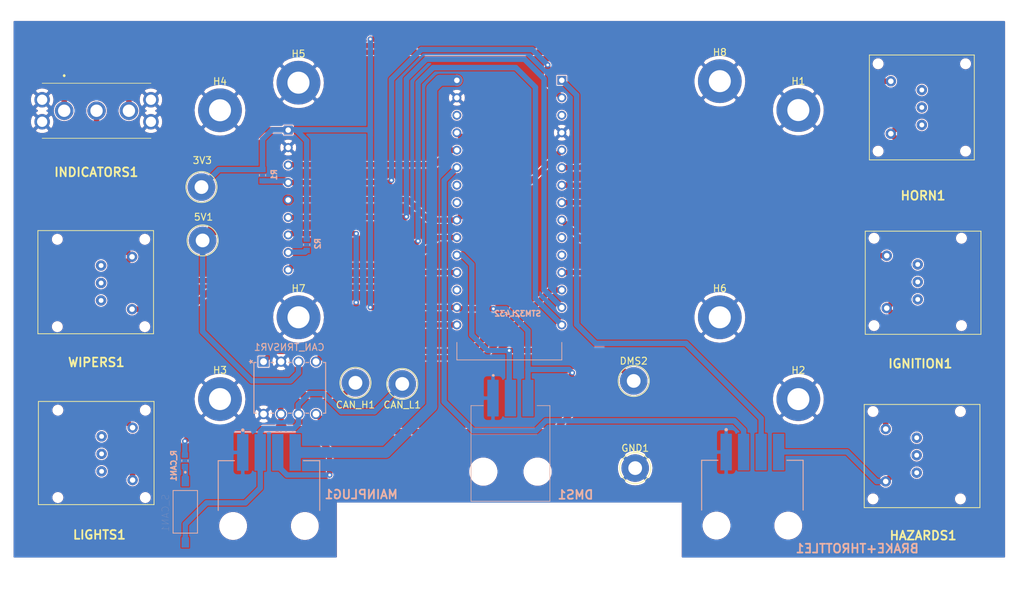
<source format=kicad_pcb>
(kicad_pcb (version 20171130) (host pcbnew "(5.1.9-0-10_14)")
  (layers (0 Top signal) (31 Bottom signal) (34 B.Paste user) (35 F.Paste user) (36 B.SilkS user) (37 F.SilkS user) (38 B.Mask user) (39 F.Mask user) (44 Edge.Cuts user))
  (net 0 "")
  (net 1 GND)
  (net 2 +3V3)
  (net 3 +12V)
  (net 4 "Net-(BRAKE+THROTTLE1-Pad3)")
  (net 5 "Net-(BRAKE+THROTTLE1-Pad2)")
  (net 6 CAN_H)
  (net 7 CAN_L)
  (net 8 "Net-(R_CAN1-Pad2)")
  (net 9 RXD)
  (net 10 TXD)
  (net 11 DMS)
  (net 12 HAZARDS)
  (net 13 HORN)
  (net 14 IGNITION)
  (net 15 IND_RIGHT)
  (net 16 IND_LEFT)
  (net 17 LCD_MISO)
  (net 18 LCD_LED)
  (net 19 LCD_SCK)
  (net 20 LCD_MOSI)
  (net 21 LCD_RST)
  (net 22 LCD_CS)
  (net 23 LIGHTS)
  (net 24 WIPRERS)
  (net 25 5V)
  (module dip_swtich_1pos:SW_DS04-254-2-01BK-SMT (layer Bottom) (at 106.8421 126.54776 270)
    (fp_text reference S_CAN1 (at 0.175 2.885 90) (layer B.SilkS) (effects (font (thickness 0.015)) (justify mirror)))
    (fp_text value ~)
    (fp_circle (center -5.75 0) (end -5.65 0) (layer B.SilkS) (width 0.2))
    (fp_line (start -3.1 -1.77) (end -3.1 1.77) (layer B.SilkS) (width 0.127))
    (fp_line (start 3.1 -1.77) (end -3.1 -1.77) (layer B.SilkS) (width 0.127))
    (fp_line (start 3.1 1.77) (end 3.1 -1.77) (layer B.SilkS) (width 0.127))
    (fp_line (start -3.1 1.77) (end 3.1 1.77) (layer B.SilkS) (width 0.127))
    (pad 1B smd rect (at 4.45 0 270) (size 1.5 1.1) (layers Bottom B.Paste B.Mask) (net 7 CAN_L))
    (pad 1A smd rect (at -4.45 0 270) (size 1.5 1.1) (layers Bottom B.Paste B.Mask) (net 8 "Net-(R_CAN1-Pad2)"))
  )
  (module M2013TXG13DA:M2013TXG13DA (layer Top) (at 89.25306 68.2498 270)
    (fp_text reference INDICATORS1 (at 8.9382 -4.66494 180) (layer F.SilkS) (effects (font (size 1.27 1.27) (thickness 0.254))))
    (fp_text value ` hide)
    (fp_line (start -4 -12.6) (end -4 3.2) (layer F.SilkS) (width 0.1))
    (fp_line (start 4 -12.6) (end 4 3.2) (layer F.SilkS) (width 0.1))
    (fp_line (start -5 0) (end -5 0) (layer F.SilkS) (width 0.2))
    (fp_line (start -5.2 0) (end -5.2 0) (layer F.SilkS) (width 0.2))
    (fp_arc (start -5.1 0) (end -5.2 0) (angle -180) (layer F.SilkS) (width 0.2))
    (fp_arc (start -5.1 0) (end -5 0) (angle -180) (layer F.SilkS) (width 0.2))
    (pad SH4 thru_hole circle (at -1.6 -12.6 270) (size 2.25 2.25) (drill 1.5) (layers *.Cu *.Mask) (net 1 GND))
    (pad SH3 thru_hole circle (at 1.6 -12.6 270) (size 2.25 2.25) (drill 1.5) (layers *.Cu *.Mask) (net 1 GND))
    (pad SH2 thru_hole circle (at 1.6 3.2 270) (size 2.25 2.25) (drill 1.5) (layers *.Cu *.Mask) (net 1 GND))
    (pad SH1 thru_hole circle (at -1.6 3.2 270) (size 2.25 2.25) (drill 1.5) (layers *.Cu *.Mask) (net 1 GND))
    (pad RIGHT thru_hole circle (at 0 -9.4 270) (size 2.7 2.7) (drill 1.8) (layers *.Cu *.Mask) (net 15 IND_RIGHT))
    (pad 2 thru_hole circle (at 0 -4.7 270) (size 2.7 2.7) (drill 1.8) (layers *.Cu *.Mask) (net 2 +3V3))
    (pad LEFT thru_hole circle (at 0 0 270) (size 2.7 2.7) (drill 1.8) (layers *.Cu *.Mask) (net 16 IND_LEFT))
  )
  (module TestPoint:TestPoint_THTPad_D4.0mm_Drill2.0mm (layer Top) (at 171.964 107.524)
    (fp_text reference DMS2 (at 0 -2.898) (layer F.SilkS))
    (fp_text value TestPoint)
    (fp_circle (center 0 0) (end 0 2.25) (layer F.SilkS) (width 0.12))
    (pad 1 thru_hole circle (at 0 0) (size 4 4) (drill 2) (layers *.Cu *.Mask) (net 11 DMS))
  )
  (module MountingHole:MountingHole_3.2mm_M3_Pad (layer Top) (at 184.47004 63.94958)
    (fp_text reference H8 (at 0 -4.2) (layer F.SilkS))
    (fp_text value MountingHole_Pad)
    (pad 1 thru_hole circle (at 0 0) (size 6.35 6.35) (drill 3.2) (layers *.Cu *.Mask) (net 1 GND))
  )
  (module MountingHole:MountingHole_3.2mm_M3_Pad (layer Top) (at 123.28652 98.2726)
    (fp_text reference H7 (at 0 -4.2) (layer F.SilkS))
    (fp_text value MountingHole_Pad)
    (pad 1 thru_hole circle (at 0 0) (size 6.35 6.35) (drill 3.2) (layers *.Cu *.Mask) (net 1 GND))
  )
  (module MountingHole:MountingHole_3.2mm_M3_Pad (layer Top) (at 184.47004 98.2726)
    (fp_text reference H6 (at 0 -4.2) (layer F.SilkS))
    (fp_text value MountingHole_Pad)
    (pad 1 thru_hole circle (at 0 0) (size 6.35 6.35) (drill 3.2) (layers *.Cu *.Mask) (net 1 GND))
  )
  (module MountingHole:MountingHole_3.2mm_M3_Pad (layer Top) (at 123.2789 64.17056)
    (fp_text reference H5 (at 0 -4.2) (layer F.SilkS))
    (fp_text value MountingHole_Pad)
    (pad 1 thru_hole circle (at 0 0) (size 6.35 6.35) (drill 3.2) (layers *.Cu *.Mask) (net 1 GND))
  )
  (module MountingHole:MountingHole_3.2mm_M3_Pad (layer Top) (at 111.87938 68.17868)
    (fp_text reference H4 (at 0 -4.2) (layer F.SilkS))
    (fp_text value MountingHole_Pad)
    (pad 1 thru_hole circle (at 0 0) (size 6.35 6.35) (drill 3.2) (layers *.Cu *.Mask) (net 1 GND))
  )
  (module MountingHole:MountingHole_3.2mm_M3_Pad (layer Top) (at 111.87938 110.16234)
    (fp_text reference H3 (at 0 -4.2) (layer F.SilkS))
    (fp_text value MountingHole_Pad)
    (pad 1 thru_hole circle (at 0 0) (size 6.35 6.35) (drill 3.2) (layers *.Cu *.Mask) (net 1 GND))
  )
  (module MountingHole:MountingHole_3.2mm_M3_Pad (layer Top) (at 195.87718 110.16996)
    (fp_text reference H2 (at 0 -4.2) (layer F.SilkS))
    (fp_text value MountingHole_Pad)
    (pad 1 thru_hole circle (at 0 0) (size 6.35 6.35) (drill 3.2) (layers *.Cu *.Mask) (net 1 GND))
  )
  (module MountingHole:MountingHole_3.2mm_M3_Pad (layer Top) (at 195.87464 68.15074)
    (fp_text reference H1 (at 0 -4.2) (layer F.SilkS))
    (fp_text value MountingHole_Pad)
    (pad 1 thru_hole circle (at 0 0) (size 6.35 6.35) (drill 3.2) (layers *.Cu *.Mask) (net 1 GND))
  )
  (module footprints:MCP2562FD-H&slash_P (layer Bottom) (at 118.207 104.716 270)
    (fp_text reference CAN_TRNSVR1 (at -2.086 -3.729) (layer B.SilkS) (effects (justify mirror)))
    (fp_text value ` hide)
    (fp_line (start 7.493 1.074561) (end 7.493 1.397) (layer B.SilkS) (width 0.1524))
    (fp_line (start 7.493 -1.465439) (end 7.493 -1.074561) (layer B.SilkS) (width 0.1524))
    (fp_line (start 7.493 -4.005439) (end 7.493 -3.614561) (layer B.SilkS) (width 0.1524))
    (fp_line (start 7.493 -6.545439) (end 7.493 -6.154561) (layer B.SilkS) (width 0.1524))
    (fp_line (start 0.127 -8.694561) (end 0.127 -9.017) (layer B.SilkS) (width 0.1524))
    (fp_line (start 0.127 -6.154561) (end 0.127 -6.545439) (layer B.SilkS) (width 0.1524))
    (fp_line (start 0.127 -3.614561) (end 0.127 -4.005439) (layer B.SilkS) (width 0.1524))
    (fp_line (start 0.127 -1.08204) (end 0.127 -1.465439) (layer B.SilkS) (width 0.1524))
    (fp_line (start 0.127 1.397) (end 0.127 1.08204) (layer B.SilkS) (width 0.1524))
    (fp_line (start 7.493 1.397) (end 0.127 1.397) (layer B.SilkS) (width 0.1524))
    (fp_line (start 7.493 -9.017) (end 7.493 -8.694561) (layer B.SilkS) (width 0.1524))
    (fp_line (start 0.127 -9.017) (end 7.493 -9.017) (layer B.SilkS) (width 0.1524))
    (fp_text user * (at 0 1.5113 270) (layer B.SilkS) (effects (justify mirror)))
    (fp_text user * (at 0 1.5113 90) (layer B.SilkS) (effects (justify mirror)))
    (pad 8 thru_hole circle (at 7.62 0 270) (size 1.4986 1.4986) (drill 0.9906) (layers *.Cu *.Mask) (net 1 GND))
    (pad 7 thru_hole circle (at 7.62 -2.54 270) (size 1.4986 1.4986) (drill 0.9906) (layers *.Cu *.Mask) (net 6 CAN_H))
    (pad 6 thru_hole circle (at 7.62 -5.08 270) (size 1.4986 1.4986) (drill 0.9906) (layers *.Cu *.Mask) (net 7 CAN_L))
    (pad 5 thru_hole circle (at 7.62 -7.62 270) (size 1.4986 1.4986) (drill 0.9906) (layers *.Cu *.Mask) (net 2 +3V3))
    (pad 4 thru_hole circle (at 0 -7.62 270) (size 1.4986 1.4986) (drill 0.9906) (layers *.Cu *.Mask) (net 9 RXD))
    (pad 3 thru_hole circle (at 0 -5.08 270) (size 1.4986 1.4986) (drill 0.9906) (layers *.Cu *.Mask) (net 25 5V))
    (pad 2 thru_hole circle (at 0 -2.54 270) (size 1.4986 1.4986) (drill 0.9906) (layers *.Cu *.Mask) (net 1 GND))
    (pad 1 thru_hole rect (at 0 0 270) (size 1.4986 1.4986) (drill 0.9906) (layers *.Cu *.Mask) (net 10 TXD))
  )
  (module schematic:2.2TFT (layer Top) (at 124.32538 81.22412)
    (fp_text reference LCD1 hide)
    (fp_text value 2.2TFT hide)
    (pad 9 thru_hole circle (at -2.54 10.16) (size 1.308 1.308) (drill 0.8) (layers *.Cu *.Mask) (net 17 LCD_MISO))
    (pad 8 thru_hole circle (at -2.54 7.62) (size 1.308 1.308) (drill 0.8) (layers *.Cu *.Mask) (net 18 LCD_LED))
    (pad 7 thru_hole circle (at -2.54 5.08) (size 1.308 1.308) (drill 0.8) (layers *.Cu *.Mask) (net 19 LCD_SCK))
    (pad 6 thru_hole circle (at -2.54 2.54) (size 1.308 1.308) (drill 0.8) (layers *.Cu *.Mask) (net 20 LCD_MOSI))
    (pad 5 thru_hole circle (at -2.54 0) (size 1.308 1.308) (drill 0.8) (layers *.Cu *.Mask) (net 25 5V))
    (pad 4 thru_hole circle (at -2.54 -2.54) (size 1.308 1.308) (drill 0.8) (layers *.Cu *.Mask) (net 21 LCD_RST))
    (pad 3 thru_hole circle (at -2.54 -5.08) (size 1.308 1.308) (drill 0.8) (layers *.Cu *.Mask) (net 22 LCD_CS))
    (pad 2 thru_hole circle (at -2.54 -7.62) (size 1.308 1.308) (drill 0.8) (layers *.Cu *.Mask) (net 1 GND))
    (pad 1 thru_hole rect (at -2.54 -10.16) (size 1.308 1.308) (drill 0.8) (layers *.Cu *.Mask) (net 2 +3V3))
  )
  (module TestPoint:TestPoint_THTPad_D4.0mm_Drill2.0mm (layer Top) (at 172.17898 120.1928)
    (fp_text reference GND1 (at 0 -2.898) (layer F.SilkS))
    (fp_text value TestPoint)
    (fp_circle (center 0 0) (end 0 2.25) (layer F.SilkS) (width 0.12))
    (pad 1 thru_hole circle (at 0 0) (size 4 4) (drill 2) (layers *.Cu *.Mask) (net 1 GND))
  )
  (module TestPoint:TestPoint_THTPad_D4.0mm_Drill2.0mm (layer Top) (at 138.35126 107.95508)
    (fp_text reference CAN_L1 (at 0 3.04492) (layer F.SilkS))
    (fp_text value TestPoint)
    (fp_circle (center 0 0) (end 0 2.25) (layer F.SilkS) (width 0.12))
    (pad 1 thru_hole circle (at 0 0) (size 4 4) (drill 2) (layers *.Cu *.Mask) (net 7 CAN_L))
  )
  (module TestPoint:TestPoint_THTPad_D4.0mm_Drill2.0mm (layer Top) (at 131.55676 107.79252)
    (fp_text reference CAN_H1 (at 0 3.20748) (layer F.SilkS))
    (fp_text value TestPoint)
    (fp_circle (center 0 0) (end 0 2.25) (layer F.SilkS) (width 0.12))
    (pad 1 thru_hole circle (at 0 0) (size 4 4) (drill 2) (layers *.Cu *.Mask) (net 6 CAN_H))
  )
  (module TestPoint:TestPoint_THTPad_D4.0mm_Drill2.0mm (layer Top) (at 109.35716 87.10168)
    (fp_text reference 5V1 (at 0.13284 -3.40368) (layer F.SilkS))
    (fp_text value TestPoint)
    (fp_circle (center 0 0) (end 0 2.25) (layer F.SilkS) (width 0.12))
    (pad 1 thru_hole circle (at 0 0) (size 4 4) (drill 2) (layers *.Cu *.Mask) (net 25 5V))
  )
  (module TestPoint:TestPoint_THTPad_D4.0mm_Drill2.0mm (layer Top) (at 109.19206 79.34452)
    (fp_text reference 3V3 (at 0.11994 -3.88052) (layer F.SilkS))
    (fp_text value TestPoint)
    (fp_circle (center 0 0) (end 0 2.25) (layer F.SilkS) (width 0.12))
    (pad 1 thru_hole circle (at 0 0) (size 4 4) (drill 2) (layers *.Cu *.Mask) (net 2 +3V3))
  )
  (module LP11EE1NCSYG:LP11EE1NCSYG (layer Top) (at 213.21522 88.05164)
    (fp_text reference IGNITION1 (at 0.37846 16.96466) (layer F.SilkS) (effects (font (size 1.27 1.27) (thickness 0.254))))
    (fp_text value `)
    (fp_line (start 9.18 -2.3) (end -7.62 -2.3) (layer F.SilkS) (width 0.12))
    (fp_line (start 9.18 12.7) (end 9.18 -2.3) (layer F.SilkS) (width 0.12))
    (fp_line (start -7.62 12.7) (end 9.18 12.7) (layer F.SilkS) (width 0.12))
    (fp_line (start -7.62 -2.3) (end -7.62 12.7) (layer F.SilkS) (width 0.12))
    (pad "" np_thru_hole circle (at 6.35 -1.27) (size 1.3 1.3) (drill 1.3) (layers *.Cu *.Mask))
    (pad "" np_thru_hole circle (at -6.35 -1.27) (size 1.3 1.3) (drill 1.3) (layers *.Cu *.Mask))
    (pad "" np_thru_hole circle (at -6.35 11.43) (size 1.3 1.3) (drill 1.3) (layers *.Cu *.Mask))
    (pad "" np_thru_hole circle (at 6.35 11.43) (size 1.3 1.3) (drill 1.3) (layers *.Cu *.Mask))
    (pad L1 thru_hole circle (at 0 7.62) (size 1.524 1.524) (drill 0.7) (layers *.Cu *.Mask))
    (pad LC thru_hole circle (at 0 5.08) (size 1.524 1.524) (drill 0.7) (layers *.Cu *.Mask))
    (pad L2 thru_hole circle (at 0 2.54) (size 1.524 1.524) (drill 0.7) (layers *.Cu *.Mask))
    (pad 2 thru_hole circle (at -4.5 1.27) (size 1.524 1.524) (drill 0.8) (layers *.Cu *.Mask) (net 14 IGNITION))
    (pad 1 thru_hole circle (at -4.5 8.89) (size 1.524 1.524) (drill 0.8) (layers *.Cu *.Mask) (net 2 +3V3))
  )
  (module LP11EE1NCSYG:LP11EE1NCSYG (layer Top) (at 94.60992 98.36658 180)
    (fp_text reference WIPERS1 (at 0.6858 -6.46176) (layer F.SilkS) (effects (font (size 1.27 1.27) (thickness 0.254))))
    (fp_text value `)
    (fp_line (start 9.18 -2.3) (end -7.62 -2.3) (layer F.SilkS) (width 0.12))
    (fp_line (start 9.18 12.7) (end 9.18 -2.3) (layer F.SilkS) (width 0.12))
    (fp_line (start -7.62 12.7) (end 9.18 12.7) (layer F.SilkS) (width 0.12))
    (fp_line (start -7.62 -2.3) (end -7.62 12.7) (layer F.SilkS) (width 0.12))
    (pad "" np_thru_hole circle (at 6.35 -1.27 180) (size 1.3 1.3) (drill 1.3) (layers *.Cu *.Mask))
    (pad "" np_thru_hole circle (at -6.35 -1.27 180) (size 1.3 1.3) (drill 1.3) (layers *.Cu *.Mask))
    (pad "" np_thru_hole circle (at -6.35 11.43 180) (size 1.3 1.3) (drill 1.3) (layers *.Cu *.Mask))
    (pad "" np_thru_hole circle (at 6.35 11.43 180) (size 1.3 1.3) (drill 1.3) (layers *.Cu *.Mask))
    (pad L1 thru_hole circle (at 0 7.62 180) (size 1.524 1.524) (drill 0.7) (layers *.Cu *.Mask))
    (pad LC thru_hole circle (at 0 5.08 180) (size 1.524 1.524) (drill 0.7) (layers *.Cu *.Mask))
    (pad L2 thru_hole circle (at 0 2.54 180) (size 1.524 1.524) (drill 0.7) (layers *.Cu *.Mask))
    (pad 2 thru_hole circle (at -4.5 1.27 180) (size 1.524 1.524) (drill 0.8) (layers *.Cu *.Mask) (net 24 WIPRERS))
    (pad 1 thru_hole circle (at -4.5 8.89 180) (size 1.524 1.524) (drill 0.8) (layers *.Cu *.Mask) (net 2 +3V3))
  )
  (module LP11EE1NCSYG:LP11EE1NCSYG (layer Top) (at 94.68612 123.2027 180)
    (fp_text reference LIGHTS1 (at 0.32258 -6.69036) (layer F.SilkS) (effects (font (size 1.27 1.27) (thickness 0.254))))
    (fp_text value `)
    (fp_line (start 9.18 -2.3) (end -7.62 -2.3) (layer F.SilkS) (width 0.12))
    (fp_line (start 9.18 12.7) (end 9.18 -2.3) (layer F.SilkS) (width 0.12))
    (fp_line (start -7.62 12.7) (end 9.18 12.7) (layer F.SilkS) (width 0.12))
    (fp_line (start -7.62 -2.3) (end -7.62 12.7) (layer F.SilkS) (width 0.12))
    (pad "" np_thru_hole circle (at 6.35 -1.27 180) (size 1.3 1.3) (drill 1.3) (layers *.Cu *.Mask))
    (pad "" np_thru_hole circle (at -6.35 -1.27 180) (size 1.3 1.3) (drill 1.3) (layers *.Cu *.Mask))
    (pad "" np_thru_hole circle (at -6.35 11.43 180) (size 1.3 1.3) (drill 1.3) (layers *.Cu *.Mask))
    (pad "" np_thru_hole circle (at 6.35 11.43 180) (size 1.3 1.3) (drill 1.3) (layers *.Cu *.Mask))
    (pad L1 thru_hole circle (at 0 7.62 180) (size 1.524 1.524) (drill 0.7) (layers *.Cu *.Mask))
    (pad LC thru_hole circle (at 0 5.08 180) (size 1.524 1.524) (drill 0.7) (layers *.Cu *.Mask))
    (pad L2 thru_hole circle (at 0 2.54 180) (size 1.524 1.524) (drill 0.7) (layers *.Cu *.Mask))
    (pad 2 thru_hole circle (at -4.5 1.27 180) (size 1.524 1.524) (drill 0.8) (layers *.Cu *.Mask) (net 23 LIGHTS))
    (pad 1 thru_hole circle (at -4.5 8.89 180) (size 1.524 1.524) (drill 0.8) (layers *.Cu *.Mask) (net 2 +3V3))
  )
  (module LP11EE1NCSYG:LP11EE1NCSYG (layer Top) (at 213.06536 113.24082)
    (fp_text reference HAZARDS1 (at 0.93464 16.75918) (layer F.SilkS) (effects (font (size 1.27 1.27) (thickness 0.254))))
    (fp_text value `)
    (fp_line (start 9.18 -2.3) (end -7.62 -2.3) (layer F.SilkS) (width 0.12))
    (fp_line (start 9.18 12.7) (end 9.18 -2.3) (layer F.SilkS) (width 0.12))
    (fp_line (start -7.62 12.7) (end 9.18 12.7) (layer F.SilkS) (width 0.12))
    (fp_line (start -7.62 -2.3) (end -7.62 12.7) (layer F.SilkS) (width 0.12))
    (pad "" np_thru_hole circle (at 6.35 -1.27) (size 1.3 1.3) (drill 1.3) (layers *.Cu *.Mask))
    (pad "" np_thru_hole circle (at -6.35 -1.27) (size 1.3 1.3) (drill 1.3) (layers *.Cu *.Mask))
    (pad "" np_thru_hole circle (at -6.35 11.43) (size 1.3 1.3) (drill 1.3) (layers *.Cu *.Mask))
    (pad "" np_thru_hole circle (at 6.35 11.43) (size 1.3 1.3) (drill 1.3) (layers *.Cu *.Mask))
    (pad L1 thru_hole circle (at 0 7.62) (size 1.524 1.524) (drill 0.7) (layers *.Cu *.Mask))
    (pad LC thru_hole circle (at 0 5.08) (size 1.524 1.524) (drill 0.7) (layers *.Cu *.Mask))
    (pad L2 thru_hole circle (at 0 2.54) (size 1.524 1.524) (drill 0.7) (layers *.Cu *.Mask))
    (pad 2 thru_hole circle (at -4.5 1.27) (size 1.524 1.524) (drill 0.8) (layers *.Cu *.Mask) (net 12 HAZARDS))
    (pad 1 thru_hole circle (at -4.5 8.89) (size 1.524 1.524) (drill 0.8) (layers *.Cu *.Mask) (net 2 +3V3))
  )
  (module LP11EE1NCSYG:LP11OA1TCSYY (layer Top) (at 213.80958 62.69228)
    (fp_text reference HORN1 (at 0.17442 17.90672) (layer F.SilkS) (effects (font (size 1.27 1.27) (thickness 0.254))))
    (fp_text value `)
    (fp_line (start -7.62 -2.54) (end -7.62 12.7) (layer F.SilkS) (width 0.12))
    (fp_line (start -7.62 12.7) (end 7.62 12.7) (layer F.SilkS) (width 0.12))
    (fp_line (start 7.62 12.7) (end 7.62 -2.54) (layer F.SilkS) (width 0.12))
    (fp_line (start 7.62 -2.54) (end -7.62 -2.54) (layer F.SilkS) (width 0.12))
    (pad "" np_thru_hole circle (at 6.35 -1.27) (size 1.3 1.3) (drill 1.3) (layers *.Cu *.Mask))
    (pad "" np_thru_hole circle (at -6.35 -1.27) (size 1.3 1.3) (drill 1.3) (layers *.Cu *.Mask))
    (pad "" np_thru_hole circle (at -6.35 11.43) (size 1.3 1.3) (drill 1.3) (layers *.Cu *.Mask))
    (pad "" np_thru_hole circle (at 6.35 11.43) (size 1.3 1.3) (drill 1.3) (layers *.Cu *.Mask))
    (pad L1 thru_hole circle (at 0 7.62) (size 1.524 1.524) (drill 0.7) (layers *.Cu *.Mask))
    (pad LC thru_hole circle (at 0 5.08) (size 1.524 1.524) (drill 0.7) (layers *.Cu *.Mask))
    (pad L2 thru_hole circle (at 0 2.54) (size 1.524 1.524) (drill 0.7) (layers *.Cu *.Mask))
    (pad 2 thru_hole circle (at -4.5 1.27) (size 1.524 1.524) (drill 0.8) (layers *.Cu *.Mask) (net 13 HORN))
    (pad 1 thru_hole circle (at -4.5 8.89) (size 1.524 1.524) (drill 0.8) (layers *.Cu *.Mask) (net 2 +3V3))
  )
  (module 10k_resistor:RESC1608X55N (layer Bottom) (at 106.78368 119.1208 270)
    (fp_text reference R_CAN1 (at 0.73152 1.6256 270) (layer B.SilkS) (effects (font (size 0.8 0.8) (thickness 0.2)) (justify mirror)))
    (fp_text value 120)
    (fp_line (start -0.11 0.45) (end 0.11 0.45) (layer B.SilkS) (width 0.127))
    (fp_line (start -0.11 -0.45) (end 0.11 -0.45) (layer B.SilkS) (width 0.127))
    (pad 2 smd rect (at 0.82 0 270) (size 0.79 0.93) (layers Bottom B.Paste B.Mask) (net 8 "Net-(R_CAN1-Pad2)"))
    (pad 1 smd rect (at -0.82 0 270) (size 0.79 0.93) (layers Bottom B.Paste B.Mask) (net 6 CAN_H))
  )
  (module 10k_resistor:RESC1608X55N (layer Bottom) (at 124.46762 87.72652 270)
    (fp_text reference R2 (at -0.15452 -1.61138 90) (layer B.SilkS) (effects (font (size 0.8 0.8) (thickness 0.2)) (justify mirror)))
    (fp_text value 100)
    (fp_line (start -0.11 0.45) (end 0.11 0.45) (layer B.SilkS) (width 0.127))
    (fp_line (start -0.11 -0.45) (end 0.11 -0.45) (layer B.SilkS) (width 0.127))
    (pad 2 smd rect (at 0.82 0 270) (size 0.79 0.93) (layers Bottom B.Paste B.Mask) (net 18 LCD_LED))
    (pad 1 smd rect (at -0.82 0 270) (size 0.79 0.93) (layers Bottom B.Paste B.Mask) (net 2 +3V3))
  )
  (module 10k_resistor:RESC1608X55N (layer Bottom) (at 118.0592 77.62536 270)
    (fp_text reference R1 (at -0.07136 -1.6788 90) (layer B.SilkS) (effects (font (size 0.8 0.8) (thickness 0.2)) (justify mirror)))
    (fp_text value 100K)
    (fp_line (start -0.11 0.45) (end 0.11 0.45) (layer B.SilkS) (width 0.127))
    (fp_line (start -0.11 -0.45) (end 0.11 -0.45) (layer B.SilkS) (width 0.127))
    (pad 2 smd rect (at 0.82 0 270) (size 0.79 0.93) (layers Bottom B.Paste B.Mask) (net 21 LCD_RST))
    (pad 1 smd rect (at -0.82 0 270) (size 0.79 0.93) (layers Bottom B.Paste B.Mask) (net 2 +3V3))
  )
  (module 15-91-2035:15912035 (layer Bottom) (at 154.06624 120.71096 180)
    (fp_text reference DMS1 (at -9.4488 -3.3655) (layer B.SilkS) (effects (font (size 1.27 1.27) (thickness 0.254)) (justify mirror)))
    (fp_text value ` hide)
    (fp_line (start 2.4 13.995) (end 2.4 13.995) (layer B.SilkS) (width 0.2))
    (fp_line (start 2.6 13.995) (end 2.6 13.995) (layer B.SilkS) (width 0.2))
    (fp_line (start -5.725 9.6) (end -3.86 9.6) (layer B.SilkS) (width 0.1))
    (fp_line (start -5.725 -4.3) (end -5.725 9.6) (layer B.SilkS) (width 0.1))
    (fp_line (start 5.725 -4.3) (end -5.725 -4.3) (layer B.SilkS) (width 0.1))
    (fp_line (start 5.725 9.6) (end 5.725 -4.3) (layer B.SilkS) (width 0.1))
    (fp_line (start 3.94 9.6) (end 5.725 9.6) (layer B.SilkS) (width 0.1))
    (fp_arc (start 2.5 13.995) (end 2.4 13.995) (angle 180) (layer B.SilkS) (width 0.2))
    (fp_arc (start 2.5 13.995) (end 2.6 13.995) (angle 180) (layer B.SilkS) (width 0.2))
    (pad MH2 np_thru_hole circle (at -3.94 0 180) (size 3.81 0) (drill 3.81) (layers *.Cu *.Mask))
    (pad MH1 np_thru_hole circle (at 3.94 0 180) (size 3.81 0) (drill 3.81) (layers *.Cu *.Mask))
    (pad 3 smd rect (at -2.54 10.69 180) (size 1.65 5.33) (layers Bottom B.Paste B.Mask) (net 2 +3V3))
    (pad 2 smd rect (at 0 10.69 180) (size 1.65 5.33) (layers Bottom B.Paste B.Mask) (net 11 DMS))
    (pad 1 smd rect (at 2.54 10.69 180) (size 1.65 5.33) (layers Bottom B.Paste B.Mask) (net 1 GND))
  )
  (module eec:Molex-15-91-2045-0-0-0 (layer Bottom) (at 118.995 126.106 180)
    (fp_text reference MAINPLUG1 (at -18.85426 2.08026) (layer B.SilkS) (effects (font (size 1.27 1.27) (thickness 0.254)) (justify left mirror)))
    (fp_text value MOLEX-15-91-2045-PIN_HEADER hide)
    (fp_circle (center 3.805 11.44) (end 3.93 11.44) (layer B.SilkS) (width 0.25))
    (fp_line (start -7.37 -0.245) (end -7.37 6.99) (layer B.SilkS) (width 0.15))
    (fp_line (start 7.37 -0.245) (end 7.37 6.99) (layer B.SilkS) (width 0.15))
    (fp_line (start 5.01 6.99) (end 7.37 6.99) (layer B.SilkS) (width 0.15))
    (fp_line (start -7.37 6.99) (end -5.01 6.99) (layer B.SilkS) (width 0.15))
    (pad ~ np_thru_hole circle (at -5.21 -2.5 180) (size 3.76 3.76) (drill 3.76) (layers *.Cu *.Mask))
    (pad ~ np_thru_hole circle (at 5.21 -2.5 180) (size 3.76 3.76) (drill 3.76) (layers *.Cu *.Mask))
    (pad 4 smd rect (at -3.81 8.19 180) (size 1.65 5.33) (layers Bottom B.Paste B.Mask) (net 3 +12V))
    (pad 3 smd rect (at -1.27 8.19 180) (size 1.65 5.33) (layers Bottom B.Paste B.Mask) (net 6 CAN_H))
    (pad 2 smd rect (at 1.27 8.19 180) (size 1.65 5.33) (layers Bottom B.Paste B.Mask) (net 7 CAN_L))
    (pad 1 smd rect (at 3.81 8.19 180) (size 1.65 5.33) (layers Bottom B.Paste B.Mask) (net 1 GND))
  )
  (module eec:Molex-15-91-2045-0-0-0 (layer Bottom) (at 189.201 126.048 180)
    (fp_text reference BRAKE+THROTTLE1 (at -24.31542 -5.83946) (layer B.SilkS) (effects (font (size 1.27 1.27) (thickness 0.254)) (justify left mirror)))
    (fp_text value ` hide)
    (fp_circle (center 3.805 11.44) (end 3.93 11.44) (layer B.SilkS) (width 0.25))
    (fp_line (start -7.37 -0.245) (end -7.37 6.99) (layer B.SilkS) (width 0.15))
    (fp_line (start 7.37 -0.245) (end 7.37 6.99) (layer B.SilkS) (width 0.15))
    (fp_line (start 5.01 6.99) (end 7.37 6.99) (layer B.SilkS) (width 0.15))
    (fp_line (start -7.37 6.99) (end -5.01 6.99) (layer B.SilkS) (width 0.15))
    (pad ~ np_thru_hole circle (at -5.21 -2.5 180) (size 3.76 3.76) (drill 3.76) (layers *.Cu *.Mask))
    (pad ~ np_thru_hole circle (at 5.21 -2.5 180) (size 3.76 3.76) (drill 3.76) (layers *.Cu *.Mask))
    (pad 4 smd rect (at -3.81 8.19 180) (size 1.65 5.33) (layers Bottom B.Paste B.Mask) (net 2 +3V3))
    (pad 3 smd rect (at -1.27 8.19 180) (size 1.65 5.33) (layers Bottom B.Paste B.Mask) (net 4 "Net-(BRAKE+THROTTLE1-Pad3)"))
    (pad 2 smd rect (at 1.27 8.19 180) (size 1.65 5.33) (layers Bottom B.Paste B.Mask) (net 5 "Net-(BRAKE+THROTTLE1-Pad2)"))
    (pad 1 smd rect (at 3.81 8.19 180) (size 1.65 5.33) (layers Bottom B.Paste B.Mask) (net 1 GND))
  )
  (module schematic:STM32L432 (layer Bottom) (at 153.90114 70.17512 180)
    (fp_text reference STM32L432 (at -4.72 -28.03) (layer B.SilkS) (effects (font (size 0.8 0.8) (thickness 0.2)) (justify left bottom mirror)))
    (fp_text value STM32L432 hide)
    (fp_line (start -7.62 -31.75) (end -7.62 -34.29) (layer B.SilkS) (width 0.12))
    (fp_line (start -7.62 -34.29) (end 7.62 -34.29) (layer B.SilkS) (width 0.12))
    (fp_line (start 7.62 -34.29) (end 7.62 -31.75) (layer B.SilkS) (width 0.12))
    (pad 30 thru_hole circle (at 7.62 6.35 180) (size 1.308 1.308) (drill 0.8) (layers *.Cu *.Mask) (net 3 +12V))
    (pad 29 thru_hole circle (at 7.62 3.81 180) (size 1.308 1.308) (drill 0.8) (layers *.Cu *.Mask) (net 1 GND))
    (pad 28 thru_hole circle (at 7.62 1.27 180) (size 1.308 1.308) (drill 0.8) (layers *.Cu *.Mask))
    (pad 27 thru_hole circle (at 7.62 -1.27 180) (size 1.308 1.308) (drill 0.8) (layers *.Cu *.Mask) (net 25 5V))
    (pad 26 thru_hole circle (at 7.62 -3.81 180) (size 1.308 1.308) (drill 0.8) (layers *.Cu *.Mask) (net 22 LCD_CS))
    (pad 25 thru_hole circle (at 7.62 -6.35 180) (size 1.308 1.308) (drill 0.8) (layers *.Cu *.Mask) (net 5 "Net-(BRAKE+THROTTLE1-Pad2)"))
    (pad 24 thru_hole circle (at 7.62 -8.89 180) (size 1.308 1.308) (drill 0.8) (layers *.Cu *.Mask))
    (pad 23 thru_hole circle (at 7.62 -11.43 180) (size 1.308 1.308) (drill 0.8) (layers *.Cu *.Mask))
    (pad 22 thru_hole circle (at 7.62 -13.97 180) (size 1.308 1.308) (drill 0.8) (layers *.Cu *.Mask) (net 25 5V))
    (pad 21 thru_hole circle (at 7.62 -16.51 180) (size 1.308 1.308) (drill 0.8) (layers *.Cu *.Mask) (net 24 WIPRERS))
    (pad 20 thru_hole circle (at 7.62 -19.05 180) (size 1.308 1.308) (drill 0.8) (layers *.Cu *.Mask) (net 11 DMS))
    (pad 19 thru_hole circle (at 7.62 -21.59 180) (size 1.308 1.308) (drill 0.8) (layers *.Cu *.Mask) (net 23 LIGHTS))
    (pad 18 thru_hole circle (at 7.62 -24.13 180) (size 1.308 1.308) (drill 0.8) (layers *.Cu *.Mask))
    (pad 17 thru_hole circle (at 7.62 -26.67 180) (size 1.308 1.308) (drill 0.8) (layers *.Cu *.Mask) (net 2 +3V3))
    (pad 16 thru_hole circle (at 7.62 -29.21 180) (size 1.308 1.308) (drill 0.8) (layers *.Cu *.Mask) (net 19 LCD_SCK))
    (pad 15 thru_hole circle (at -7.62 -29.21 180) (size 1.308 1.308) (drill 0.8) (layers *.Cu *.Mask) (net 17 LCD_MISO))
    (pad 14 thru_hole circle (at -7.62 -26.67 180) (size 1.308 1.308) (drill 0.8) (layers *.Cu *.Mask) (net 20 LCD_MOSI))
    (pad 13 thru_hole circle (at -7.62 -24.13 180) (size 1.308 1.308) (drill 0.8) (layers *.Cu *.Mask) (net 9 RXD))
    (pad 12 thru_hole circle (at -7.62 -21.59 180) (size 1.308 1.308) (drill 0.8) (layers *.Cu *.Mask) (net 12 HAZARDS))
    (pad 11 thru_hole circle (at -7.62 -19.05 180) (size 1.308 1.308) (drill 0.8) (layers *.Cu *.Mask))
    (pad 10 thru_hole circle (at -7.62 -16.51 180) (size 1.308 1.308) (drill 0.8) (layers *.Cu *.Mask))
    (pad 9 thru_hole circle (at -7.62 -13.97 180) (size 1.308 1.308) (drill 0.8) (layers *.Cu *.Mask) (net 14 IGNITION))
    (pad 8 thru_hole circle (at -7.62 -11.43 180) (size 1.308 1.308) (drill 0.8) (layers *.Cu *.Mask) (net 13 HORN))
    (pad 7 thru_hole circle (at -7.62 -8.89 180) (size 1.308 1.308) (drill 0.8) (layers *.Cu *.Mask) (net 16 IND_LEFT))
    (pad 6 thru_hole circle (at -7.62 -6.35 180) (size 1.308 1.308) (drill 0.8) (layers *.Cu *.Mask) (net 15 IND_RIGHT))
    (pad 5 thru_hole circle (at -7.62 -3.81 180) (size 1.308 1.308) (drill 0.8) (layers *.Cu *.Mask) (net 10 TXD))
    (pad 4 thru_hole circle (at -7.62 -1.27 180) (size 1.308 1.308) (drill 0.8) (layers *.Cu *.Mask) (net 1 GND))
    (pad 3 thru_hole circle (at -7.62 1.27 180) (size 1.308 1.308) (drill 0.8) (layers *.Cu *.Mask))
    (pad 2 thru_hole circle (at -7.62 3.81 180) (size 1.308 1.308) (drill 0.8) (layers *.Cu *.Mask) (net 21 LCD_RST))
    (pad 1 thru_hole rect (at -7.62 6.35 180) (size 1.308 1.308) (drill 0.8) (layers *.Cu *.Mask) (net 4 "Net-(BRAKE+THROTTLE1-Pad3)"))
  )
  (gr_line (start 225.898679 133.1976) (end 193.898679 133.1976) (layer Edge.Cuts) (width 0.0015))
  (gr_line (start 133.84868 125.1976) (end 173.948678 125.1976) (layer Edge.Cuts) (width 0.0015))
  (gr_line (start 178.948678 133.1976) (end 193.898679 133.1976) (layer Edge.Cuts) (width 0.0015))
  (gr_line (start 128.84868 125.197601) (end 133.84868 125.197601) (layer Edge.Cuts) (width 0.0015))
  (gr_line (start 225.898679 133.1976) (end 225.898679 55.197601) (layer Edge.Cuts) (width 0.0015))
  (gr_line (start 113.89868 133.1976) (end 81.898679 133.1976) (layer Edge.Cuts) (width 0.0015))
  (gr_line (start 128.84868 133.1976) (end 128.84868 125.197601) (layer Edge.Cuts) (width 0.0015))
  (gr_line (start 81.898679 133.1976) (end 81.898679 55.197601) (layer Edge.Cuts) (width 0.0015))
  (gr_line (start 178.948678 133.1976) (end 178.948678 125.1976) (layer Edge.Cuts) (width 0.0015))
  (gr_line (start 81.898679 55.197601) (end 225.898679 55.197601) (layer Edge.Cuts) (width 0.0015))
  (gr_line (start 173.948678 125.1976) (end 178.948678 125.1976) (layer Edge.Cuts) (width 0.0015))
  (gr_line (start 113.89868 133.1976) (end 128.84868 133.1976) (layer Edge.Cuts) (width 0.0015))
  (segment (start 185.20156 117.83972) (end 185.20156 115.895398) (width 0.8) (layer Bottom) (net 1))
  (segment (start 185.20156 115.895398) (end 185.2041 115.892858) (width 0.8) (layer Bottom) (net 1))
  (via (at 151.58466 97.03562) (size 0.8) (drill 0.4) (layers Top Bottom) (net 2))
  (segment (start 207.23352 122.13082) (end 208.56536 122.13082) (width 0.8) (layer Bottom) (net 2))
  (segment (start 202.94242 117.83972) (end 207.23352 122.13082) (width 0.8) (layer Bottom) (net 2))
  (segment (start 121.71934 71.01332) (end 119.45366 71.01332) (width 0.8) (layer Bottom) (net 2))
  (segment (start 118.0592 72.40778) (end 118.0592 76.80536) (width 0.8) (layer Bottom) (net 2))
  (segment (start 124.46762 86.90652) (end 124.46762 72.59066) (width 0.8) (layer Bottom) (net 2))
  (segment (start 122.89028 71.01332) (end 121.71934 71.01332) (width 0.8) (layer Bottom) (net 2))
  (segment (start 124.46762 72.59066) (end 122.89028 71.01332) (width 0.8) (layer Bottom) (net 2))
  (segment (start 93.95306 84.31972) (end 99.10992 89.47658) (width 0.8) (layer Top) (net 2))
  (segment (start 99.18612 114.3127) (end 96.38538 111.51196) (width 0.8) (layer Top) (net 2))
  (segment (start 96.38538 92.20112) (end 99.10992 89.47658) (width 0.8) (layer Top) (net 2))
  (segment (start 96.38538 111.51196) (end 96.38538 92.20112) (width 0.8) (layer Top) (net 2))
  (segment (start 121.71934 71.01332) (end 121.71426 71.00824) (width 0.8) (layer Top) (net 2))
  (segment (start 121.71934 71.01332) (end 118.24462 71.01332) (width 0.8) (layer Top) (net 2))
  (segment (start 118.24462 71.01332) (end 114.40314 74.8548) (width 0.8) (layer Top) (net 2))
  (segment (start 114.40314 74.8548) (end 93.95306 74.8548) (width 0.8) (layer Top) (net 2))
  (segment (start 93.95306 68.2498) (end 93.95306 74.8548) (width 0.8) (layer Top) (net 2))
  (segment (start 93.95306 74.8548) (end 93.95306 84.31972) (width 0.8) (layer Top) (net 2))
  (segment (start 208.56536 122.13082) (end 210.2993 120.39688) (width 0.8) (layer Top) (net 2))
  (segment (start 210.2993 98.52572) (end 208.71522 96.94164) (width 0.8) (layer Top) (net 2))
  (segment (start 210.2993 120.39688) (end 210.2993 98.52572) (width 0.8) (layer Top) (net 2))
  (segment (start 208.71522 96.94164) (end 210.39328 95.26358) (width 0.8) (layer Top) (net 2))
  (segment (start 210.39328 72.66598) (end 209.30958 71.58228) (width 0.8) (layer Top) (net 2))
  (segment (start 210.39328 95.26358) (end 210.39328 72.66598) (width 0.8) (layer Top) (net 2))
  (segment (start 153.42108 97.03562) (end 151.58466 97.03562) (width 0.8) (layer Bottom) (net 2))
  (segment (start 156.60624 100.22078) (end 153.42108 97.03562) (width 0.8) (layer Bottom) (net 2))
  (segment (start 146.47164 97.03562) (end 146.28114 96.84512) (width 0.8) (layer Top) (net 2))
  (segment (start 151.58466 97.03562) (end 146.47164 97.03562) (width 0.8) (layer Top) (net 2))
  (via (at 133.71322 96.82226) (size 0.8) (drill 0.4) (layers Top Bottom) (net 2))
  (segment (start 133.73608 96.84512) (end 133.71322 96.82226) (width 0.8) (layer Top) (net 2))
  (segment (start 146.28114 96.84512) (end 133.73608 96.84512) (width 0.8) (layer Top) (net 2))
  (segment (start 133.70814 71.01332) (end 133.71322 71.00824) (width 0.8) (layer Bottom) (net 2))
  (segment (start 121.71934 71.01332) (end 133.70814 71.01332) (width 0.8) (layer Bottom) (net 2))
  (via (at 133.72846 57.84088) (size 0.8) (drill 0.4) (layers Top Bottom) (net 2))
  (segment (start 133.71322 57.85612) (end 133.72846 57.84088) (width 0.8) (layer Bottom) (net 2))
  (segment (start 133.71322 71.83374) (end 133.71322 57.85612) (width 0.8) (layer Bottom) (net 2))
  (segment (start 133.71322 71.83374) (end 133.71322 71.00824) (width 0.8) (layer Bottom) (net 2))
  (segment (start 133.71322 96.82226) (end 133.71322 71.83374) (width 0.8) (layer Bottom) (net 2))
  (segment (start 133.72846 57.84088) (end 210.18246 57.84088) (width 0.8) (layer Top) (net 2))
  (segment (start 210.18246 57.84088) (end 211.49056 59.14898) (width 0.8) (layer Top) (net 2))
  (segment (start 211.49056 69.4013) (end 209.30958 71.58228) (width 0.8) (layer Top) (net 2))
  (segment (start 211.49056 59.14898) (end 211.49056 69.4013) (width 0.8) (layer Top) (net 2))
  (segment (start 111.73122 76.80536) (end 109.19206 79.34452) (width 0.8) (layer Bottom) (net 2))
  (segment (start 118.0592 76.80536) (end 111.73122 76.80536) (width 0.8) (layer Bottom) (net 2))
  (via (at 163.04768 106.34472) (size 0.8) (drill 0.4) (layers Top Bottom) (net 2))
  (segment (start 162.54476 105.8418) (end 163.04768 106.34472) (width 0.8) (layer Bottom) (net 2))
  (segment (start 156.60624 105.8418) (end 162.54476 105.8418) (width 0.8) (layer Bottom) (net 2))
  (segment (start 156.60624 105.8418) (end 156.60624 100.22078) (width 0.8) (layer Bottom) (net 2))
  (segment (start 156.60624 110.02096) (end 156.60624 105.8418) (width 0.8) (layer Bottom) (net 2))
  (segment (start 118.0592 72.40778) (end 119.45366 71.01332) (width 0.8) (layer Bottom) (net 2))
  (segment (start 128.39044 114.89944) (end 125.827 112.336) (width 0.8) (layer Top) (net 2))
  (segment (start 160.27908 114.89944) (end 128.39044 114.89944) (width 0.8) (layer Top) (net 2))
  (segment (start 163.04768 106.34472) (end 162.9283 106.4641) (width 0.8) (layer Top) (net 2))
  (segment (start 162.9283 112.25022) (end 160.27908 114.89944) (width 0.8) (layer Top) (net 2))
  (segment (start 162.9283 106.4641) (end 162.9283 112.25022) (width 0.8) (layer Top) (net 2))
  (segment (start 193.02928 117.83972) (end 193.011 117.858) (width 0.8) (layer Bottom) (net 2))
  (segment (start 202.94242 117.83972) (end 193.02928 117.83972) (width 0.8) (layer Bottom) (net 2))
  (segment (start 122.92076 117.62382) (end 122.63374 117.91084) (width 0.25) (layer Bottom) (net 3))
  (segment (start 122.62358 117.90068) (end 122.63374 117.91084) (width 0.8) (layer Bottom) (net 3))
  (segment (start 146.28114 63.82512) (end 143.81112 63.82512) (width 1.6) (layer Bottom) (net 3))
  (segment (start 143.81112 63.82512) (end 142.637 64.99924) (width 1.6) (layer Bottom) (net 3))
  (segment (start 142.637 64.99924) (end 142.637 111.226) (width 1.6) (layer Bottom) (net 3))
  (segment (start 135.947 117.916) (end 122.805 117.916) (width 1.6) (layer Bottom) (net 3))
  (segment (start 142.637 111.226) (end 135.947 117.916) (width 1.6) (layer Bottom) (net 3))
  (segment (start 190.471 112.98) (end 190.471 117.858) (width 0.8) (layer Bottom) (net 4))
  (segment (start 179.55582 102.06482) (end 190.471 112.98) (width 0.8) (layer Bottom) (net 4))
  (segment (start 161.52114 63.82512) (end 163.68268 65.98666) (width 0.8) (layer Bottom) (net 4))
  (segment (start 163.68268 99.32416) (end 166.42334 102.06482) (width 0.8) (layer Bottom) (net 4))
  (segment (start 163.68268 65.98666) (end 163.68268 99.32416) (width 0.8) (layer Bottom) (net 4))
  (segment (start 166.42334 102.06482) (end 179.55582 102.06482) (width 0.8) (layer Bottom) (net 4))
  (segment (start 186.57356 113.31956) (end 187.931 114.677) (width 0.8) (layer Bottom) (net 5))
  (segment (start 159.20212 113.31956) (end 186.57356 113.31956) (width 0.8) (layer Bottom) (net 5))
  (segment (start 187.931 114.677) (end 187.931 117.858) (width 0.8) (layer Bottom) (net 5))
  (segment (start 144.43202 110.53572) (end 148.66112 114.76482) (width 0.8) (layer Bottom) (net 5))
  (segment (start 157.75686 114.76482) (end 159.20212 113.31956) (width 0.8) (layer Bottom) (net 5))
  (segment (start 144.43202 78.37424) (end 144.43202 110.53572) (width 0.8) (layer Bottom) (net 5))
  (segment (start 146.28114 76.52512) (end 144.43202 78.37424) (width 0.8) (layer Bottom) (net 5))
  (segment (start 148.66112 114.76482) (end 157.75686 114.76482) (width 0.8) (layer Bottom) (net 5))
  (segment (start 120.69826 110.97768) (end 122.12574 109.5502) (width 0.8) (layer Top) (net 6))
  (segment (start 129.79908 109.5502) (end 131.55676 107.79252) (width 0.8) (layer Top) (net 6))
  (segment (start 122.12574 109.5502) (end 129.79908 109.5502) (width 0.8) (layer Top) (net 6))
  (via (at 106.7786 116.27854) (size 0.8) (drill 0.4) (layers Top Bottom) (net 6))
  (segment (start 106.7786 118.29572) (end 106.78368 118.3008) (width 0.8) (layer Bottom) (net 6))
  (segment (start 106.7786 116.27854) (end 106.7786 118.29572) (width 0.8) (layer Bottom) (net 6))
  (via (at 127.806 121.197) (size 0.8) (drill 0.4) (layers Top Bottom) (net 6))
  (segment (start 108.59914 114.458) (end 106.7786 116.27854) (width 0.8) (layer Top) (net 6))
  (segment (start 118.997 114.458) (end 108.59914 114.458) (width 0.8) (layer Top) (net 6))
  (segment (start 127.806 117.599) (end 127.806 121.197) (width 0.8) (layer Top) (net 6))
  (segment (start 124.665 114.458) (end 127.806 117.599) (width 0.8) (layer Top) (net 6))
  (segment (start 122.45 114.458) (end 124.665 114.458) (width 0.8) (layer Top) (net 6))
  (segment (start 120.69826 114.43226) (end 120.724 114.458) (width 0.8) (layer Top) (net 6))
  (segment (start 120.265 119.860322) (end 120.265 117.916) (width 0.8) (layer Bottom) (net 6))
  (segment (start 127.806 121.197) (end 121.601678 121.197) (width 0.8) (layer Bottom) (net 6))
  (segment (start 121.601678 121.197) (end 120.265 119.860322) (width 0.8) (layer Bottom) (net 6))
  (segment (start 120.69826 112.28726) (end 120.747 112.336) (width 0.8) (layer Top) (net 6))
  (segment (start 120.69826 110.97768) (end 120.69826 112.28726) (width 0.8) (layer Top) (net 6))
  (segment (start 120.747 112.336) (end 120.747 113.742) (width 0.8) (layer Top) (net 6))
  (segment (start 120.724 114.458) (end 121.463 114.458) (width 0.8) (layer Top) (net 6))
  (segment (start 121.463 114.458) (end 122.45 114.458) (width 0.8) (layer Top) (net 6))
  (segment (start 120.747 114.004) (end 120.293 114.458) (width 0.8) (layer Top) (net 6))
  (segment (start 120.747 113.742) (end 120.747 114.004) (width 0.8) (layer Top) (net 6))
  (segment (start 120.293 114.458) (end 120.724 114.458) (width 0.8) (layer Top) (net 6))
  (segment (start 121.009 114.004) (end 121.463 114.458) (width 0.8) (layer Top) (net 6))
  (segment (start 120.747 114.004) (end 121.009 114.004) (width 0.8) (layer Top) (net 6))
  (segment (start 120.527 114.004) (end 120.073 114.458) (width 0.8) (layer Top) (net 6))
  (segment (start 120.747 114.004) (end 120.527 114.004) (width 0.8) (layer Top) (net 6))
  (segment (start 118.997 114.458) (end 120.073 114.458) (width 0.8) (layer Top) (net 6))
  (segment (start 120.073 114.458) (end 120.293 114.458) (width 0.8) (layer Top) (net 6))
  (segment (start 126.8476 109.33938) (end 124.87656 109.33938) (width 0.8) (layer Bottom) (net 7))
  (segment (start 129.50444 111.99622) (end 126.8476 109.33938) (width 0.8) (layer Bottom) (net 7))
  (segment (start 124.87656 109.33938) (end 123.23826 110.97768) (width 0.8) (layer Bottom) (net 7))
  (segment (start 138.35126 107.95508) (end 134.31012 111.99622) (width 0.8) (layer Bottom) (net 7))
  (segment (start 134.31012 111.99622) (end 129.50444 111.99622) (width 0.8) (layer Bottom) (net 7))
  (segment (start 106.8421 130.99776) (end 106.8421 128.3319) (width 0.8) (layer Bottom) (net 7))
  (segment (start 106.8421 128.3319) (end 109.923 125.251) (width 0.8) (layer Bottom) (net 7))
  (segment (start 109.923 125.251) (end 115.554 125.251) (width 0.8) (layer Bottom) (net 7))
  (segment (start 117.725 123.08) (end 117.725 117.916) (width 0.8) (layer Bottom) (net 7))
  (segment (start 115.554 125.251) (end 117.725 123.08) (width 0.8) (layer Bottom) (net 7))
  (segment (start 123.23826 112.28726) (end 123.287 112.336) (width 0.8) (layer Bottom) (net 7))
  (segment (start 123.23826 110.97768) (end 123.23826 112.28726) (width 0.8) (layer Bottom) (net 7))
  (segment (start 118.209 114.42) (end 117.725 114.904) (width 0.8) (layer Bottom) (net 7))
  (segment (start 122.612 114.42) (end 118.209 114.42) (width 0.8) (layer Bottom) (net 7))
  (segment (start 117.725 114.904) (end 117.725 117.916) (width 0.8) (layer Bottom) (net 7))
  (segment (start 123.287 112.336) (end 123.287 113.745) (width 0.8) (layer Bottom) (net 7))
  (segment (start 123.287 113.745) (end 122.612 114.42) (width 0.8) (layer Bottom) (net 7))
  (segment (start 106.8421 119.99922) (end 106.78368 119.9408) (width 0.8) (layer Bottom) (net 8))
  (segment (start 106.8421 122.09776) (end 106.8421 119.99922) (width 0.8) (layer Bottom) (net 8))
  (segment (start 161.52114 94.30512) (end 159.8676 94.30512) (width 0.8) (layer Top) (net 9))
  (segment (start 159.8676 94.30512) (end 150.0124 104.16032) (width 0.8) (layer Top) (net 9))
  (segment (start 126.38268 104.16032) (end 125.827 104.716) (width 0.8) (layer Top) (net 9))
  (segment (start 150.0124 104.16032) (end 126.38268 104.16032) (width 0.8) (layer Top) (net 9))
  (segment (start 119.71509 103.20791) (end 118.207 104.716) (width 0.8) (layer Top) (net 10))
  (segment (start 156.11602 79.39024) (end 156.11602 95.41298) (width 0.8) (layer Top) (net 10))
  (segment (start 148.32109 103.20791) (end 119.71509 103.20791) (width 0.8) (layer Top) (net 10))
  (segment (start 156.11602 95.41298) (end 148.32109 103.20791) (width 0.8) (layer Top) (net 10))
  (segment (start 161.52114 73.98512) (end 156.11602 79.39024) (width 0.8) (layer Top) (net 10))
  (via (at 153.884 103.102) (size 0.8) (drill 0.4) (layers Top Bottom) (net 11))
  (segment (start 148.45284 100.84054) (end 148.45284 90.60688) (width 0.8) (layer Bottom) (net 11))
  (segment (start 147.07108 89.22512) (end 146.28114 89.22512) (width 0.8) (layer Bottom) (net 11))
  (segment (start 148.45284 90.60688) (end 147.07108 89.22512) (width 0.8) (layer Bottom) (net 11))
  (segment (start 153.884 109.83872) (end 154.06624 110.02096) (width 0.8) (layer Bottom) (net 11))
  (segment (start 153.884 103.102) (end 153.884 109.83872) (width 0.8) (layer Bottom) (net 11))
  (segment (start 150.7143 103.102) (end 148.45284 100.84054) (width 0.8) (layer Bottom) (net 11))
  (segment (start 153.884 103.102) (end 150.7143 103.102) (width 0.8) (layer Bottom) (net 11))
  (segment (start 167.542 103.102) (end 171.964 107.524) (width 0.8) (layer Top) (net 11))
  (segment (start 153.884 103.102) (end 167.542 103.102) (width 0.8) (layer Top) (net 11))
  (segment (start 208.56536 114.51082) (end 208.56536 108.41316) (width 0.8) (layer Top) (net 12))
  (segment (start 191.91732 91.76512) (end 161.52114 91.76512) (width 0.8) (layer Top) (net 12))
  (segment (start 208.56536 108.41316) (end 191.91732 91.76512) (width 0.8) (layer Top) (net 12))
  (segment (start 206.892094 63.96228) (end 202.25512 68.599254) (width 0.8) (layer Top) (net 13))
  (segment (start 209.30958 63.96228) (end 206.892094 63.96228) (width 0.8) (layer Top) (net 13))
  (segment (start 202.25512 68.599254) (end 202.25512 78.98892) (width 0.8) (layer Top) (net 13))
  (segment (start 199.63892 81.60512) (end 161.52114 81.60512) (width 0.8) (layer Top) (net 13))
  (segment (start 202.25512 78.98892) (end 199.63892 81.60512) (width 0.8) (layer Top) (net 13))
  (segment (start 166.69766 89.32164) (end 161.52114 84.14512) (width 0.8) (layer Top) (net 14))
  (segment (start 208.71522 89.32164) (end 166.69766 89.32164) (width 0.8) (layer Top) (net 14))
  (segment (start 98.65306 65.6443) (end 98.65306 68.2498) (width 0.8) (layer Top) (net 15))
  (segment (start 104.55166 59.7457) (end 98.65306 65.6443) (width 0.8) (layer Top) (net 15))
  (segment (start 164.2999 76.52512) (end 165.82898 74.99604) (width 0.8) (layer Top) (net 15))
  (segment (start 161.52114 76.52512) (end 164.2999 76.52512) (width 0.8) (layer Top) (net 15))
  (segment (start 165.82898 74.99604) (end 165.82898 62.88786) (width 0.8) (layer Top) (net 15))
  (segment (start 165.82898 62.88786) (end 162.68682 59.7457) (width 0.8) (layer Top) (net 15))
  (segment (start 162.68682 59.7457) (end 104.55166 59.7457) (width 0.8) (layer Top) (net 15))
  (segment (start 89.25306 62.74308) (end 89.25306 68.2498) (width 0.8) (layer Top) (net 16))
  (segment (start 93.20285 58.79329) (end 89.25306 62.74308) (width 0.8) (layer Top) (net 16))
  (segment (start 164.8587 79.06512) (end 167.49268 76.43114) (width 0.8) (layer Top) (net 16))
  (segment (start 161.52114 79.06512) (end 164.8587 79.06512) (width 0.8) (layer Top) (net 16))
  (segment (start 167.49268 61.60008) (end 164.68589 58.79329) (width 0.8) (layer Top) (net 16))
  (segment (start 167.49268 76.43114) (end 167.49268 61.60008) (width 0.8) (layer Top) (net 16))
  (segment (start 164.68589 58.79329) (end 93.20285 58.79329) (width 0.8) (layer Top) (net 16))
  (via (at 140.65 87.187) (size 0.8) (drill 0.4) (layers Top Bottom) (net 17))
  (segment (start 157.68828 95.55226) (end 157.68828 64.8335) (width 0.8) (layer Bottom) (net 17))
  (segment (start 161.52114 99.38512) (end 157.68828 95.55226) (width 0.8) (layer Bottom) (net 17))
  (segment (start 157.68828 64.8335) (end 154.8384 61.98362) (width 0.8) (layer Bottom) (net 17))
  (segment (start 137.116 90.721) (end 140.65 87.187) (width 0.8) (layer Top) (net 17))
  (segment (start 121.78538 91.38412) (end 122.4485 90.721) (width 0.8) (layer Top) (net 17))
  (segment (start 122.4485 90.721) (end 137.116 90.721) (width 0.8) (layer Top) (net 17))
  (segment (start 140.65 87.187) (end 140.65 64.171) (width 0.8) (layer Bottom) (net 17))
  (segment (start 142.83738 61.98362) (end 154.8384 61.98362) (width 0.8) (layer Bottom) (net 17))
  (segment (start 140.65 64.171) (end 142.83738 61.98362) (width 0.8) (layer Bottom) (net 17))
  (segment (start 124.22082 88.79332) (end 124.46762 88.54652) (width 0.8) (layer Bottom) (net 18))
  (segment (start 121.71934 88.79332) (end 124.22082 88.79332) (width 0.8) (layer Bottom) (net 18))
  (via (at 131.654 96.118) (size 0.8) (drill 0.4) (layers Top Bottom) (net 19))
  (via (at 131.667 86.109) (size 0.8) (drill 0.4) (layers Top Bottom) (net 19))
  (segment (start 131.654 97.406) (end 131.654 96.118) (width 0.8) (layer Top) (net 19))
  (segment (start 146.28114 99.38512) (end 133.63312 99.38512) (width 0.8) (layer Top) (net 19))
  (segment (start 133.63312 99.38512) (end 131.654 97.406) (width 0.8) (layer Top) (net 19))
  (segment (start 131.654 96.118) (end 131.654 86.121) (width 0.8) (layer Bottom) (net 19))
  (segment (start 121.9805 86.109) (end 121.78538 86.30412) (width 0.8) (layer Top) (net 19))
  (segment (start 131.667 86.109) (end 121.9805 86.109) (width 0.8) (layer Top) (net 19))
  (via (at 138.953 83.648) (size 0.8) (drill 0.4) (layers Top Bottom) (net 20))
  (segment (start 138.83688 83.76412) (end 138.953 83.648) (width 0.8) (layer Top) (net 20))
  (segment (start 121.78538 83.76412) (end 138.83688 83.76412) (width 0.8) (layer Top) (net 20))
  (segment (start 138.953 83.648) (end 138.953 63.63) (width 0.8) (layer Bottom) (net 20))
  (segment (start 138.953 63.63) (end 141.827 60.756) (width 0.8) (layer Bottom) (net 20))
  (segment (start 141.827 60.756) (end 156.096 60.756) (width 0.8) (layer Bottom) (net 20))
  (segment (start 158.949 94.27298) (end 159.85951 95.18349) (width 0.8) (layer Bottom) (net 20))
  (segment (start 159.52216 94.84614) (end 159.85951 95.18349) (width 0.8) (layer Bottom) (net 20))
  (segment (start 158.949 63.609) (end 158.949 94.27298) (width 0.8) (layer Bottom) (net 20))
  (segment (start 156.096 60.756) (end 158.949 63.609) (width 0.8) (layer Bottom) (net 20))
  (segment (start 159.85951 95.18349) (end 161.52114 96.84512) (width 0.8) (layer Bottom) (net 20))
  (via (at 136.783 78.365) (size 0.8) (drill 0.4) (layers Top Bottom) (net 21))
  (segment (start 121.53138 78.44536) (end 121.71934 78.63332) (width 0.8) (layer Bottom) (net 21))
  (segment (start 118.0592 78.44536) (end 121.53138 78.44536) (width 0.8) (layer Bottom) (net 21))
  (segment (start 136.46388 78.68412) (end 136.783 78.365) (width 0.8) (layer Top) (net 21))
  (segment (start 121.78538 78.68412) (end 136.46388 78.68412) (width 0.8) (layer Top) (net 21))
  (segment (start 136.783 78.365) (end 136.783 63.682) (width 0.8) (layer Bottom) (net 21))
  (segment (start 136.783 63.682) (end 141.115 59.35) (width 0.8) (layer Bottom) (net 21))
  (via (at 159.476 61.592) (size 0.8) (drill 0.4) (layers Top Bottom) (net 21))
  (segment (start 157.234 59.35) (end 159.476 61.592) (width 0.8) (layer Bottom) (net 21))
  (segment (start 141.115 59.35) (end 157.234 59.35) (width 0.8) (layer Bottom) (net 21))
  (segment (start 159.476 64.31998) (end 161.52114 66.36512) (width 0.8) (layer Top) (net 21))
  (segment (start 159.476 61.592) (end 159.476 64.31998) (width 0.8) (layer Top) (net 21))
  (segment (start 121.71934 76.09332) (end 143.13268 76.09332) (width 0.8) (layer Top) (net 22))
  (segment (start 145.24088 73.98512) (end 146.28114 73.98512) (width 0.8) (layer Top) (net 22))
  (segment (start 143.13268 76.09332) (end 145.24088 73.98512) (width 0.8) (layer Top) (net 22))
  (segment (start 99.18612 121.9327) (end 99.18612 120.38418) (width 0.8) (layer Top) (net 23))
  (segment (start 99.18612 120.38418) (end 105.3846 114.1857) (width 0.8) (layer Top) (net 23))
  (segment (start 105.3846 105.9561) (end 105.3846 105.39984) (width 0.8) (layer Top) (net 23))
  (segment (start 105.3846 99.31654) (end 105.3846 105.9561) (width 0.8) (layer Top) (net 23))
  (segment (start 105.3846 114.1857) (end 105.3846 105.9561) (width 0.8) (layer Top) (net 23))
  (segment (start 110.80759 93.89355) (end 105.3846 99.31654) (width 0.8) (layer Top) (net 23))
  (segment (start 146.28114 91.76512) (end 139.76929 91.76512) (width 0.8) (layer Top) (net 23))
  (segment (start 139.76929 91.76512) (end 137.640861 93.89355) (width 0.8) (layer Top) (net 23))
  (segment (start 137.640861 93.89355) (end 110.80759 93.89355) (width 0.8) (layer Top) (net 23))
  (segment (start 137.24636 92.94114) (end 143.50238 86.68512) (width 0.8) (layer Top) (net 24))
  (segment (start 146.28114 86.68512) (end 143.50238 86.68512) (width 0.8) (layer Top) (net 24))
  (segment (start 108.36656 92.94114) (end 137.24636 92.94114) (width 0.8) (layer Top) (net 24))
  (segment (start 99.10992 97.09658) (end 104.21112 97.09658) (width 0.8) (layer Top) (net 24))
  (segment (start 104.21112 97.09658) (end 108.36656 92.94114) (width 0.8) (layer Top) (net 24))
  (segment (start 121.71934 81.17332) (end 139.19962 81.17332) (width 0.8) (layer Top) (net 25))
  (segment (start 142.17142 84.14512) (end 146.28114 84.14512) (width 0.8) (layer Top) (net 25))
  (segment (start 139.19962 81.17332) (end 142.17142 84.14512) (width 0.8) (layer Top) (net 25))
  (segment (start 146.28114 84.14512) (end 147.85594 82.57032) (width 0.8) (layer Top) (net 25))
  (segment (start 147.85594 73.01992) (end 146.28114 71.44512) (width 0.8) (layer Top) (net 25))
  (segment (start 147.85594 82.57032) (end 147.85594 73.01992) (width 0.8) (layer Top) (net 25))
  (segment (start 115.23472 81.22412) (end 109.35716 87.10168) (width 1.6) (layer Top) (net 25))
  (segment (start 121.78538 81.22412) (end 115.23472 81.22412) (width 1.6) (layer Top) (net 25))
  (segment (start 109.35716 87.10168) (end 109.35716 100.36016) (width 0.8) (layer Bottom) (net 25))
  (segment (start 109.35716 100.36016) (end 116.495 107.498) (width 0.8) (layer Bottom) (net 25))
  (segment (start 116.495 107.498) (end 122.126 107.498) (width 0.8) (layer Bottom) (net 25))
  (segment (start 123.287 106.337) (end 123.287 104.716) (width 0.8) (layer Bottom) (net 25))
  (segment (start 122.126 107.498) (end 123.287 106.337) (width 0.8) (layer Bottom) (net 25))
  (zone (net 1) (net_name GND) (layer Bottom) (connect_pads (clearance 0.000001)) (min_thickness 0.254) (fill yes (arc_segments 32) (thermal_gap 0.508) (thermal_bridge_width 0.508))
    (polygon (pts (xy 80.166 52.812) (xy 228.67 52.152) (xy 228.596 136.036) (xy 79.931 135.636) (xy 80.166 52.891)))
  )
  (zone (net 1) (net_name GND) (layer Top) (connect_pads (clearance 0.000001)) (min_thickness 0.254) (fill yes (arc_segments 32) (thermal_gap 0.508) (thermal_bridge_width 0.508))
    (polygon (pts (xy 80.166 52.812) (xy 228.67 52.152) (xy 228.596 136.036) (xy 79.931 135.636) (xy 80.166 52.891)))
  )
)
</source>
